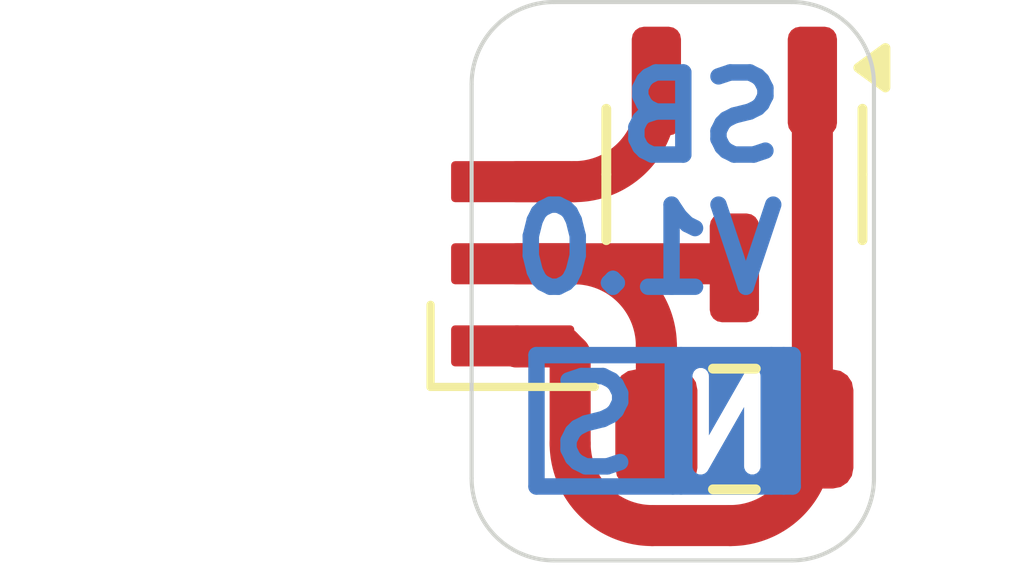
<source format=kicad_pcb>
(kicad_pcb (version 20241229) (generator "pcbnew") (generator_version "9.0")
  (layers (0 "F.Cu" signal) (2 "B.Cu" signal) (13 "F.Paste" user) (15 "B.Paste" user) (5 "F.SilkS" user "F.Silkscreen") (7 "B.SilkS" user "B.Silkscreen") (1 "F.Mask" user) (3 "B.Mask" user) (25 "Edge.Cuts" user))
  (net 0 "")
  (net 1 "GND")
  (net 2 "VDD")
  (net 3 "/Vout")
  (footprint "Capacitor_SMD:C_0805_2012Metric" (layer "F.Cu") (at 21.7 26.2 180)
    (property "Reference" "C1" (hide yes))
    (property "Value" "1u")
    (fp_line (start -0.261252 0.735) (end 0.261252 0.735) (stroke (width 0.12)) (layer "F.SilkS"))
    (fp_line (start -0.261252 -0.735) (end 0.261252 -0.735) (stroke (width 0.12)) (layer "F.SilkS"))
    (pad "1" smd roundrect (at -0.95 0 180) (size 1 1.45) (layers "F.Cu" "F.Mask" "F.Paste") (net 2 "VDD"))
    (pad "2" smd roundrect (at 0.95 0 180) (size 1 1.45) (layers "F.Cu" "F.Mask" "F.Paste") (net 1 "GND"))
  )
  (footprint "Package_TO_SOT_SMD:SOT-23-3" (layer "F.Cu") (at 21.7 23.1 -90)
    (property "Reference" "U1" (hide yes))
    (property "Value" "~")
    (fp_line (start 0 1.56) (end -0.8 1.56) (stroke (width 0.12)) (layer "F.SilkS"))
    (fp_line (start 0 1.56) (end 0.8 1.56) (stroke (width 0.12)) (layer "F.SilkS"))
    (fp_line (start 0 -1.56) (end -0.8 -1.56) (stroke (width 0.12)) (layer "F.SilkS"))
    (fp_line (start 0 -1.56) (end 0.8 -1.56) (stroke (width 0.12)) (layer "F.SilkS"))
    (fp_poly (pts (xy -1.3 -1.51) (xy -1.54 -1.84) (xy -1.06 -1.84) (xy -1.3 -1.51)) (stroke (width 0.12)) (fill yes) (layer "F.SilkS"))
    (pad "1" smd roundrect (at -1.1375 -0.95 270) (size 1.325 0.6) (layers "F.Cu" "F.Mask" "F.Paste") (net 2 "VDD"))
    (pad "2" smd roundrect (at -1.1375 0.95 270) (size 1.325 0.6) (layers "F.Cu" "F.Mask" "F.Paste") (net 3 "/Vout"))
    (pad "3" smd roundrect (at 1.1375 0 270) (size 1.325 0.6) (layers "F.Cu" "F.Mask" "F.Paste") (net 1 "GND"))
  )
  (footprint "ProjectFPs:FFC_P1mm_3Pin" (layer "F.Cu") (at 19 25.1875 180)
    (property "Reference" "J1" (hide yes))
    (property "Value" "Conn_01x03_Pin")
    (fp_line (start 1 -0.5) (end 1 0.5) (stroke (width 0.1)) (layer "F.SilkS"))
    (fp_line (start -1 -0.5) (end 1 -0.5) (stroke (width 0.1)) (layer "F.SilkS"))
    (pad "1" smd roundrect (at 0 0 180) (size 1.5 0.5) (layers "F.Cu" "F.Mask" "F.Paste") (roundrect_rratio 0.1) (net 2 "VDD"))
    (pad "2" smd roundrect (at 0 1 180) (size 1.5 0.5) (layers "F.Cu" "F.Mask" "F.Paste") (roundrect_rratio 0.1) (net 1 "GND"))
    (pad "3" smd roundrect (at 0 2 180) (size 1.5 0.5) (layers "F.Cu" "F.Mask" "F.Paste") (roundrect_rratio 0.1) (net 3 "/Vout"))
  )
  (gr_line (start 20.95 25.3) (end 20.95 26.9) (stroke (width 0.2)) (layer "B.Cu"))
  (gr_line (start 21.05 25.3) (end 21.05 26.9) (stroke (width 0.2)) (layer "B.Cu"))
  (gr_line (start 22.3 25.3) (end 22.3 26.9) (stroke (width 0.2)) (layer "B.Cu"))
  (gr_line (start 19.29 25.3) (end 19.29 26.9) (stroke (width 0.2)) (layer "B.Cu"))
  (gr_line (start 22.41 25.3) (end 22.41 26.9) (stroke (width 0.2)) (layer "B.Cu"))
  (gr_line (start 19.29 26.9) (end 22.41 26.9) (stroke (width 0.2)) (layer "B.Cu"))
  (gr_line (start 19.29 25.3) (end 22.41 25.3) (stroke (width 0.2)) (layer "B.Cu"))
  (gr_line (start 22.15 25.3) (end 22.15 26.9) (stroke (width 0.2)) (layer "B.Cu"))
  (gr_line (start 23.4 22) (end 23.4 26.8) (stroke (width 0.05)) (layer "Edge.Cuts"))
  (gr_arc (start 18.5 22) (mid 18.792893 21.292893) (end 19.5 21) (stroke (width 0.05)) (layer "Edge.Cuts"))
  (gr_line (start 19.5 21) (end 22.4 21) (stroke (width 0.05)) (layer "Edge.Cuts"))
  (gr_arc (start 23.4 26.8) (mid 23.107107 27.507107) (end 22.4 27.8) (stroke (width 0.05)) (layer "Edge.Cuts"))
  (gr_arc (start 22.4 21) (mid 23.107107 21.292893) (end 23.4 22) (stroke (width 0.05)) (layer "Edge.Cuts"))
  (gr_line (start 19.5 27.8) (end 22.4 27.8) (stroke (width 0.05)) (layer "Edge.Cuts"))
  (gr_line (start 18.5 22) (end 18.5 26.8) (stroke (width 0.05)) (layer "Edge.Cuts"))
  (gr_arc (start 19.5 27.8) (mid 18.792893 27.507107) (end 18.5 26.8) (stroke (width 0.05)) (layer "Edge.Cuts"))
  (gr_text "S" (at 20.65 26.8 0) (layer "B.Cu") (effects (font (size 1.1 1.1) (thickness 0.2) (bold yes)) (justify left bottom mirror)))
  (gr_text "SB\nV1.0" (at 22.4 24.6 0) (layer "B.Cu") (effects (font (size 1 1) (thickness 0.2) (bold yes)) (justify left bottom mirror)))
  (gr_text " N " (at 23.15 26.8 0) (layer "B.Cu" knockout) (effects (font (size 1.1 1.1) (thickness 0.2) (bold yes)) (justify left bottom mirror)))
  (segment (start 21.6875 24.1875) (end 21.7 24.2) (width 0.5) (layer "F.Cu") (net 1))
  (segment (start 21.7 24.2375) (end 21.6625 24.2) (width 0.5) (layer "F.Cu") (net 1))
  (segment (start 19.75 24.1875) (end 19.051 24.1875) (width 0.5) (layer "F.Cu") (net 1))
  (segment (start 19.75 24.1875) (end 21.6875 24.1875) (width 0.5) (layer "F.Cu") (net 1))
  (segment (start 20.75 26.2) (end 20.75 25.1875) (width 0.5) (layer "F.Cu") (net 1))
  (arc (start 19.75 24.1875) (mid 20.457107 24.480393) (end 20.75 25.1875) (width 0.5) (layer "F.Cu") (net 1))
  (segment (start 22.65 21.9625) (end 22.65 26.2) (width 0.5) (layer "F.Cu") (net 2))
  (segment (start 19.6 25.2) (end 19.051 25.2) (width 0.5) (layer "F.Cu") (net 2))
  (segment (start 19.051 25.2) (end 19.051 25.1875) (width 0.5) (layer "F.Cu") (net 2))
  (segment (start 22.65 26.2) (end 22.65 26.376) (width 0.5) (layer "F.Cu") (net 2))
  (segment (start 19.7 26.376) (end 19.7 25.3) (width 0.5) (layer "F.Cu") (net 2))
  (segment (start 21.65 27.376) (end 20.7 27.376) (width 0.5) (layer "F.Cu") (net 2))
  (segment (start 19.7 25.3) (end 19.6 25.2) (width 0.5) (layer "F.Cu") (net 2))
  (arc (start 20.7 27.376) (mid 19.992893 27.083107) (end 19.7 26.376) (width 0.5) (layer "F.Cu") (net 2))
  (arc (start 22.65 26.376) (mid 22.357107 27.083107) (end 21.65 27.376) (width 0.5) (layer "F.Cu") (net 2))
  (segment (start 20.75 21.9625) (end 20.75 22.1875) (width 0.5) (layer "F.Cu") (net 3))
  (segment (start 19.75 23.1875) (end 19.051 23.1875) (width 0.5) (layer "F.Cu") (net 3))
  (arc (start 20.75 22.1875) (mid 20.457107 22.894607) (end 19.75 23.1875) (width 0.5) (layer "F.Cu") (net 3))
)
</source>
